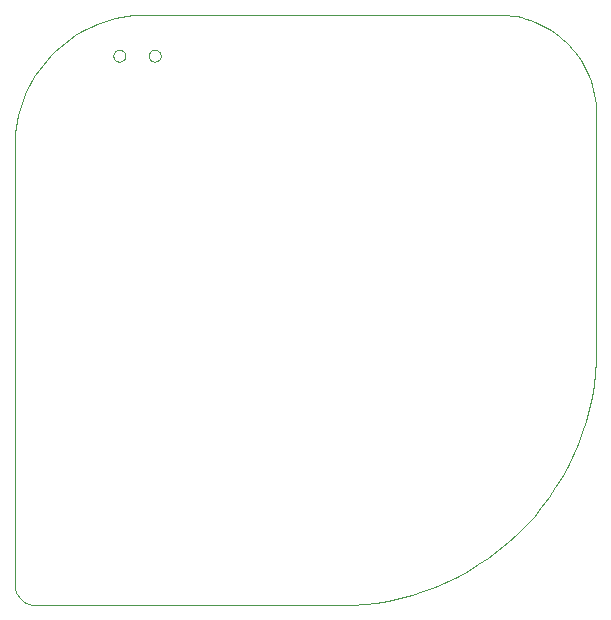
<source format=gbp>
G75*
G70*
%OFA0B0*%
%FSLAX24Y24*%
%IPPOS*%
%LPD*%
%AMOC8*
5,1,8,0,0,1.08239X$1,22.5*
%
%ADD10C,0.0000*%
D10*
X000544Y001058D02*
X000544Y015662D01*
X003840Y018664D02*
X003842Y018691D01*
X003848Y018718D01*
X003857Y018744D01*
X003870Y018768D01*
X003886Y018791D01*
X003905Y018810D01*
X003927Y018827D01*
X003951Y018841D01*
X003976Y018851D01*
X004003Y018858D01*
X004030Y018861D01*
X004058Y018860D01*
X004085Y018855D01*
X004111Y018847D01*
X004135Y018835D01*
X004158Y018819D01*
X004179Y018801D01*
X004196Y018780D01*
X004211Y018756D01*
X004222Y018731D01*
X004230Y018705D01*
X004234Y018678D01*
X004234Y018650D01*
X004230Y018623D01*
X004222Y018597D01*
X004211Y018572D01*
X004196Y018548D01*
X004179Y018527D01*
X004158Y018509D01*
X004136Y018493D01*
X004111Y018481D01*
X004085Y018473D01*
X004058Y018468D01*
X004030Y018467D01*
X004003Y018470D01*
X003976Y018477D01*
X003951Y018487D01*
X003927Y018501D01*
X003905Y018518D01*
X003886Y018537D01*
X003870Y018560D01*
X003857Y018584D01*
X003848Y018610D01*
X003842Y018637D01*
X003840Y018664D01*
X005021Y018664D02*
X005023Y018691D01*
X005029Y018718D01*
X005038Y018744D01*
X005051Y018768D01*
X005067Y018791D01*
X005086Y018810D01*
X005108Y018827D01*
X005132Y018841D01*
X005157Y018851D01*
X005184Y018858D01*
X005211Y018861D01*
X005239Y018860D01*
X005266Y018855D01*
X005292Y018847D01*
X005316Y018835D01*
X005339Y018819D01*
X005360Y018801D01*
X005377Y018780D01*
X005392Y018756D01*
X005403Y018731D01*
X005411Y018705D01*
X005415Y018678D01*
X005415Y018650D01*
X005411Y018623D01*
X005403Y018597D01*
X005392Y018572D01*
X005377Y018548D01*
X005360Y018527D01*
X005339Y018509D01*
X005317Y018493D01*
X005292Y018481D01*
X005266Y018473D01*
X005239Y018468D01*
X005211Y018467D01*
X005184Y018470D01*
X005157Y018477D01*
X005132Y018487D01*
X005108Y018501D01*
X005086Y018518D01*
X005067Y018537D01*
X005051Y018560D01*
X005038Y018584D01*
X005029Y018610D01*
X005023Y018637D01*
X005021Y018664D01*
X004915Y020033D02*
X016662Y020033D01*
X016818Y020029D01*
X016973Y020018D01*
X017128Y020000D01*
X017281Y019974D01*
X017433Y019941D01*
X017584Y019900D01*
X017732Y019853D01*
X017878Y019799D01*
X018021Y019737D01*
X018161Y019669D01*
X018298Y019595D01*
X018431Y019514D01*
X018560Y019426D01*
X018685Y019333D01*
X018805Y019234D01*
X018920Y019129D01*
X019030Y019019D01*
X019135Y018904D01*
X019234Y018784D01*
X019327Y018659D01*
X019415Y018530D01*
X019496Y018397D01*
X019570Y018260D01*
X019638Y018120D01*
X019700Y017977D01*
X019754Y017831D01*
X019801Y017683D01*
X019842Y017532D01*
X019875Y017380D01*
X019901Y017227D01*
X019919Y017072D01*
X019930Y016917D01*
X019934Y016761D01*
X019934Y008909D01*
X019924Y008502D01*
X019895Y008095D01*
X019847Y007691D01*
X019779Y007289D01*
X019693Y006891D01*
X019587Y006497D01*
X019463Y006109D01*
X019321Y005727D01*
X019160Y005353D01*
X018982Y004986D01*
X018787Y004629D01*
X018575Y004281D01*
X018347Y003943D01*
X018102Y003617D01*
X017843Y003303D01*
X017569Y003001D01*
X017281Y002713D01*
X016979Y002439D01*
X016665Y002180D01*
X016339Y001935D01*
X016001Y001707D01*
X015654Y001495D01*
X015296Y001300D01*
X014929Y001122D01*
X014555Y000961D01*
X014173Y000819D01*
X013785Y000695D01*
X013391Y000589D01*
X012993Y000503D01*
X012591Y000435D01*
X012187Y000387D01*
X011780Y000358D01*
X011373Y000348D01*
X001254Y000348D01*
X001203Y000350D01*
X001153Y000355D01*
X001103Y000364D01*
X001054Y000377D01*
X001006Y000393D01*
X000959Y000412D01*
X000914Y000435D01*
X000870Y000461D01*
X000829Y000490D01*
X000789Y000521D01*
X000752Y000556D01*
X000717Y000593D01*
X000686Y000633D01*
X000657Y000674D01*
X000631Y000718D01*
X000608Y000763D01*
X000589Y000810D01*
X000573Y000858D01*
X000560Y000907D01*
X000551Y000957D01*
X000546Y001007D01*
X000544Y001058D01*
X000544Y015662D02*
X000549Y015870D01*
X000564Y016077D01*
X000588Y016284D01*
X000623Y016489D01*
X000667Y016693D01*
X000721Y016893D01*
X000784Y017092D01*
X000857Y017287D01*
X000939Y017478D01*
X001030Y017665D01*
X001130Y017848D01*
X001238Y018025D01*
X001354Y018197D01*
X001479Y018364D01*
X001612Y018524D01*
X001752Y018678D01*
X001899Y018825D01*
X002053Y018965D01*
X002213Y019098D01*
X002380Y019223D01*
X002552Y019339D01*
X002729Y019447D01*
X002912Y019547D01*
X003099Y019638D01*
X003290Y019720D01*
X003485Y019793D01*
X003684Y019856D01*
X003884Y019910D01*
X004088Y019954D01*
X004293Y019989D01*
X004500Y020013D01*
X004707Y020028D01*
X004915Y020033D01*
M02*

</source>
